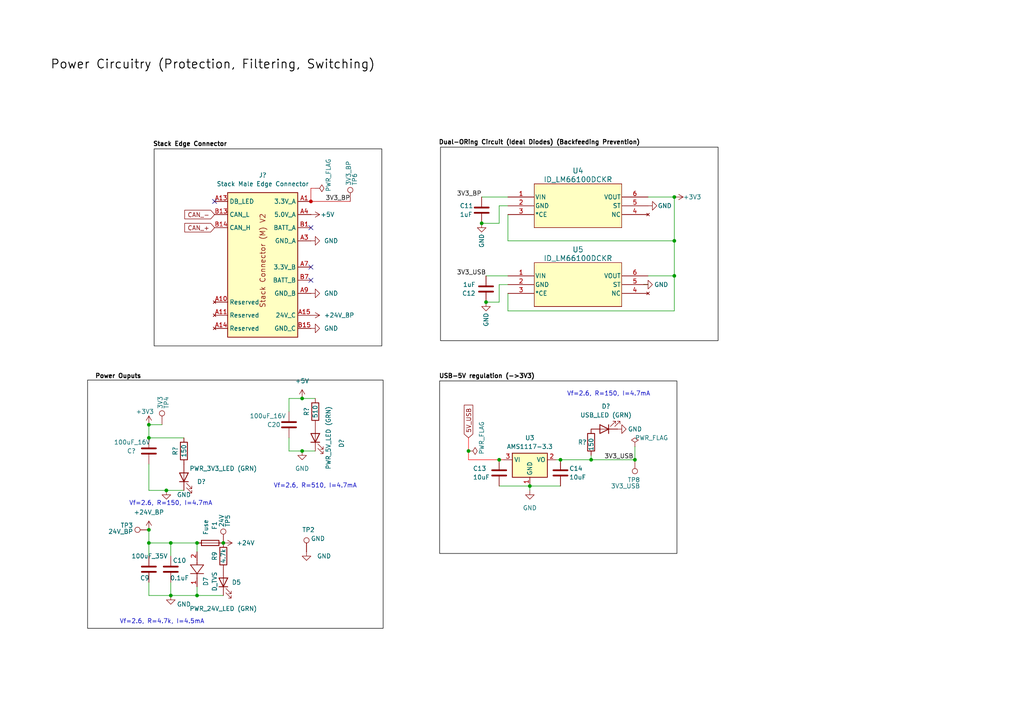
<source format=kicad_sch>
(kicad_sch (version 20231120) (generator "eeschema") (generator_version "8.0")
  (paper "A4")
  (title_block (title "ULC Board Power Circuitry") (rev "A") (company "Queen's Rocket Engineering Team") (comment 1 "Jeevan Sanchez"))
  (lib_symbols
    (symbol "Connector:TestPoint" (pin_numbers hide) (pin_names (offset 0.762) hide)
      (property "Reference" "TP" (at 0 6.858 0))
      (property "Value" "TestPoint" (at 0 5.08 0))
      (symbol "TestPoint_0_1"
        (circle (center 0 3.302) (radius 0.762))
      )
      (symbol "TestPoint_1_1"
        (pin passive line (at 0 0 90) (length 2.54) (name "1") (number "1"))
      )
    )
    (symbol "Device:C" (pin_numbers hide) (pin_names (offset 0.254))
      (property "Reference" "C" (at 0.635 2.54 0))
      (property "Value" "C" (at 0.635 -2.54 0))
      (symbol "C_0_1"
        (polyline (pts (xy -2.032 -0.762) (xy 2.032 -0.762)) (stroke (width 0.508)))
        (polyline (pts (xy -2.032 0.762) (xy 2.032 0.762)) (stroke (width 0.508)))
      )
      (symbol "C_1_1"
        (pin passive line (at 0 3.81 270) (length 2.794) (name "~") (number "1"))
        (pin passive line (at 0 -3.81 90) (length 2.794) (name "~") (number "2"))
      )
    )
    (symbol "Device:Fuse" (pin_numbers hide) (pin_names (offset 0))
      (property "Reference" "F" (at 2.032 0 90))
      (property "Value" "Fuse" (at -1.905 0 90))
      (symbol "Fuse_0_1"
        (rectangle (start -0.762 -2.54) (end 0.762 2.54) (stroke (width 0.254)))
        (polyline (pts (xy 0 2.54) (xy 0 -2.54)))
      )
      (symbol "Fuse_1_1"
        (pin passive line (at 0 3.81 270) (length 1.27) (name "~") (number "1"))
        (pin passive line (at 0 -3.81 90) (length 1.27) (name "~") (number "2"))
      )
    )
    (symbol "Device:LED" (pin_numbers hide) (pin_names (offset 1.016) hide)
      (property "Reference" "D" (at 0 2.54 0))
      (property "Value" "LED" (at 0 -2.54 0))
      (symbol "LED_0_1"
        (polyline (pts (xy -1.27 -1.27) (xy -1.27 1.27)) (stroke (width 0.254)))
        (polyline (pts (xy -1.27 0) (xy 1.27 0)))
        (polyline (pts (xy 1.27 -1.27) (xy 1.27 1.27) (xy -1.27 0) (xy 1.27 -1.27)) (stroke (width 0.254)))
        (polyline (pts (xy -3.048 -0.762) (xy -4.572 -2.286) (xy -3.81 -2.286) (xy -4.572 -2.286) (xy -4.572 -1.524)))
        (polyline (pts (xy -1.778 -0.762) (xy -3.302 -2.286) (xy -2.54 -2.286) (xy -3.302 -2.286) (xy -3.302 -1.524)))
      )
      (symbol "LED_1_1"
        (pin passive line (at -3.81 0 0) (length 2.54) (name "K") (number "1"))
        (pin passive line (at 3.81 0 180) (length 2.54) (name "A") (number "2"))
      )
    )
    (symbol "Device:R" (pin_numbers hide) (pin_names (offset 0))
      (property "Reference" "R" (at 2.032 0 90))
      (property "Value" "R" (at 0 0 90))
      (symbol "R_0_1"
        (rectangle (start -1.016 -2.54) (end 1.016 2.54) (stroke (width 0.254)))
      )
      (symbol "R_1_1"
        (pin passive line (at 0 3.81 270) (length 1.27) (name "~") (number "1"))
        (pin passive line (at 0 -3.81 90) (length 1.27) (name "~") (number "2"))
      )
    )
    (symbol "QRET_Buck_PSU:LM66100DCKR" (pin_names (offset 0.254))
      (property "Reference" "U" (at 0 12.7 0))
      (property "Value" "LM66100DCKR" (at 0 10.16 0))
      (symbol "LM66100DCKR_0_1"
        (polyline (pts (xy -12.7 -6.35) (xy 12.7 -6.35)) (stroke (width 0.127)))
        (polyline (pts (xy -12.7 6.35) (xy -12.7 -6.35)) (stroke (width 0.127)))
        (polyline (pts (xy 12.7 -6.35) (xy 12.7 6.35)) (stroke (width 0.127)))
        (polyline (pts (xy 12.7 6.35) (xy -12.7 6.35)) (stroke (width 0.127)))
        (pin input line (at -20.32 2.54 0) (length 7.62) (name "VIN") (number "1"))
        (pin power_in line (at -20.32 0 0) (length 7.62) (name "GND") (number "2"))
        (pin input line (at -20.32 -2.54 0) (length 7.62) (name "*CE") (number "3"))
        (pin no_connect line (at 20.32 -2.54 180) (length 7.62) (name "NC") (number "4"))
        (pin output line (at 20.32 0 180) (length 7.62) (name "ST") (number "5"))
        (pin output line (at 20.32 2.54 180) (length 7.62) (name "VOUT") (number "6"))
      )
      (symbol "LM66100DCKR_1_1"
        (rectangle (start -12.7 6.35) (end 12.7 -6.35) (fill (type background)))
      )
    )
    (symbol "Regulator_Linear:AMS1117-3.3"
      (property "Reference" "U" (at -3.81 3.175 0))
      (property "Value" "AMS1117-3.3" (at 0 3.175 0))
      (symbol "AMS1117-3.3_0_1"
        (rectangle (start -5.08 -5.08) (end 5.08 1.905) (stroke (width 0.254)) (fill (type background)))
      )
      (symbol "AMS1117-3.3_1_1"
        (pin power_in line (at 0 -7.62 90) (length 2.54) (name "GND") (number "1"))
        (pin power_out line (at 7.62 0 180) (length 2.54) (name "VO") (number "2"))
        (pin power_in line (at -7.62 0 0) (length 2.54) (name "VI") (number "3"))
      )
    )
    (symbol "SMA6L30A:SMA6L30A" (pin_names (offset 0.254))
      (property "Reference" "CR" (at 5.08 4.445 0))
      (property "Value" "SMA6L30A" (at 5.08 -3.81 0))
      (symbol "SMA6L30A_1_1"
        (polyline (pts (xy 2.54 0) (xy 3.4798 0)) (stroke (width 0.2032)))
        (polyline (pts (xy 3.175 0) (xy 3.81 0)) (stroke (width 0.2032)))
        (polyline (pts (xy 3.81 -1.905) (xy 6.35 0)) (stroke (width 0.2032)))
        (polyline (pts (xy 3.81 1.905) (xy 3.81 -1.905)) (stroke (width 0.2032)))
        (polyline (pts (xy 6.35 -1.905) (xy 6.35 1.905)) (stroke (width 0.2032)))
        (polyline (pts (xy 6.35 0) (xy 3.81 1.905)) (stroke (width 0.2032)))
        (polyline (pts (xy 6.35 0) (xy 7.62 0)) (stroke (width 0.2032)))
        (pin unspecified line (at 10.16 0 180) (length 2.54) (name "") (number "1"))
        (pin unspecified line (at 0 0 0) (length 2.54) (name "") (number "2"))
      )
      (symbol "SMA6L30A_1_2"
        (polyline (pts (xy -1.905 3.81) (xy 1.905 3.81)) (stroke (width 0.2032)))
        (polyline (pts (xy 0 2.54) (xy 0 3.4798)) (stroke (width 0.2032)))
        (polyline (pts (xy 0 3.175) (xy 0 3.81)) (stroke (width 0.2032)))
        (polyline (pts (xy 0 6.35) (xy -1.905 3.81)) (stroke (width 0.2032)))
        (polyline (pts (xy 0 6.35) (xy 0 7.62)) (stroke (width 0.2032)))
        (polyline (pts (xy 1.905 3.81) (xy 0 6.35)) (stroke (width 0.2032)))
        (polyline (pts (xy 1.905 6.35) (xy -1.905 6.35)) (stroke (width 0.2032)))
        (pin unspecified line (at 0 10.16 270) (length 2.54) (name "") (number "1"))
        (pin unspecified line (at 0 0 90) (length 2.54) (name "") (number "2"))
      )
    )
    (symbol "Stack Male Edge Connector_1"
      (property "Reference" "J" (at -0.254 24.892 0))
      (property "Value" "Stack Male Edge Connector" (at 1.27 22.86 0))
      (symbol "Stack Male Edge Connector_1_0_1"
        (rectangle (start -10.16 21.59) (end 10.16 -20.32) (stroke (width 0.254)) (fill (type background)))
      )
      (symbol "Stack Male Edge Connector_1_1_1"
        (text "Stack Connector (M) V2" (at 0 1.905 900) (effects (font (size 1.5 1.5))))
        (pin power_out line (at 13.97 19.05 180) (length 3.81) (name "3.3V_A") (number "A1"))
        (pin no_connect line (at -13.97 -10.16 0) (length 3.81) (name "Reserved") (number "A10"))
        (pin no_connect line (at -13.97 -13.97 0) (length 3.81) (name "Reserved") (number "A11"))
        (pin passive line (at 13.97 -7.62 180) (length 3.81) hide (name "GND_B") (number "A12"))
        (pin input line (at -13.97 19.05 0) (length 3.81) (name "DB_LED") (number "A13"))
        (pin no_connect line (at -13.97 -17.78 0) (length 3.81) (name "Reserved") (number "A14"))
        (pin power_out line (at 13.97 -13.97 180) (length 3.81) (name "24V_C") (number "A15"))
        (pin passive line (at 13.97 -13.97 180) (length 3.81) hide (name "24V_C") (number "A16"))
        (pin passive line (at 13.97 -13.97 180) (length 3.81) hide (name "24V_C") (number "A17"))
        (pin passive line (at 13.97 -13.97 180) (length 3.81) hide (name "24V_C") (number "A18"))
        (pin passive line (at 13.97 19.05 180) (length 3.81) hide (name "3.3V_A") (number "A2"))
        (pin power_in line (at 13.97 7.62 180) (length 3.81) (name "GND_A") (number "A3"))
        (pin power_out line (at 13.97 15.24 180) (length 3.81) (name "5.0V_A") (number "A4"))
        (pin power_in line (at 13.97 15.24 180) (length 3.81) hide (name "5.0V_A") (number "A5"))
        (pin passive line (at 13.97 7.62 180) (length 3.81) hide (name "GND_A") (number "A6"))
        (pin power_out line (at 13.97 0 180) (length 3.81) (name "3.3V_B") (number "A7"))
        (pin passive line (at 13.97 0 180) (length 3.81) hide (name "3.3V_B") (number "A8"))
        (pin power_in line (at 13.97 -7.62 180) (length 3.81) (name "GND_B") (number "A9"))
        (pin power_out line (at 13.97 11.43 180) (length 3.81) (name "BATT_A") (number "B1"))
        (pin passive line (at 13.97 -7.62 180) (length 3.81) hide (name "GND_B") (number "B10"))
        (pin passive line (at 13.97 -7.62 180) (length 3.81) hide (name "GND_B") (number "B11"))
        (pin passive line (at 13.97 -7.62 180) (length 3.81) hide (name "GND_B") (number "B12"))
        (pin bidirectional line (at -13.97 15.24 0) (length 3.81) (name "CAN_L") (number "B13"))
        (pin bidirectional line (at -13.97 11.43 0) (length 3.81) (name "CAN_H") (number "B14"))
        (pin power_in line (at 13.97 -17.78 180) (length 3.81) (name "GND_C") (number "B15"))
        (pin passive line (at 13.97 -17.78 180) (length 3.81) hide (name "GND_C") (number "B16"))
        (pin passive line (at 13.97 -17.78 180) (length 3.81) hide (name "GND_C") (number "B17"))
        (pin passive line (at 13.97 -17.78 180) (length 3.81) hide (name "GND_C") (number "B18"))
        (pin passive line (at 13.97 11.43 180) (length 3.81) hide (name "BATT_A") (number "B2"))
        (pin passive line (at 13.97 11.43 180) (length 3.81) hide (name "BATT_A") (number "B3"))
        (pin passive line (at 13.97 7.62 180) (length 3.81) hide (name "GND_A") (number "B4"))
        (pin passive line (at 13.97 7.62 180) (length 3.81) hide (name "GND_A") (number "B5"))
        (pin passive line (at 13.97 7.62 180) (length 3.81) hide (name "GND_A") (number "B6"))
        (pin power_out line (at 13.97 -3.81 180) (length 3.81) (name "BATT_B") (number "B7"))
        (pin passive line (at 13.97 -3.81 180) (length 3.81) hide (name "BATT_B") (number "B8"))
        (pin passive line (at 13.97 -3.81 180) (length 3.81) hide (name "BATT_B") (number "B9"))
      )
    )
    (symbol "power:+24V" (power) (pin_numbers hide) (pin_names (offset 0) hide)
      (property "Value" "+24V" (at 0 3.556 0))
      (symbol "+24V_0_1"
        (polyline (pts (xy -0.762 1.27) (xy 0 2.54)))
        (polyline (pts (xy 0 0) (xy 0 2.54)))
        (polyline (pts (xy 0 2.54) (xy 0.762 1.27)))
      )
      (symbol "+24V_1_1"
        (pin power_in line (at 0 0 90) (length 0) (name "~") (number "1"))
      )
    )
    (symbol "power:+3V3" (power) (pin_numbers hide) (pin_names (offset 0) hide)
      (property "Value" "+3V3" (at 0 3.556 0))
      (symbol "+3V3_0_1"
        (polyline (pts (xy -0.762 1.27) (xy 0 2.54)))
        (polyline (pts (xy 0 0) (xy 0 2.54)))
        (polyline (pts (xy 0 2.54) (xy 0.762 1.27)))
      )
      (symbol "+3V3_1_1"
        (pin power_in line (at 0 0 90) (length 0) (name "~") (number "1"))
      )
    )
    (symbol "power:+5V" (power) (pin_numbers hide) (pin_names (offset 0) hide)
      (property "Value" "+5V" (at 0 3.556 0))
      (symbol "+5V_0_1"
        (polyline (pts (xy -0.762 1.27) (xy 0 2.54)))
        (polyline (pts (xy 0 0) (xy 0 2.54)))
        (polyline (pts (xy 0 2.54) (xy 0.762 1.27)))
      )
      (symbol "+5V_1_1"
        (pin power_in line (at 0 0 90) (length 0) (name "~") (number "1"))
      )
    )
    (symbol "power:GND" (power) (pin_numbers hide) (pin_names (offset 0) hide)
      (property "Value" "GND" (at 0 -3.81 0))
      (symbol "GND_0_1"
        (polyline (pts (xy 0 0) (xy 0 -1.27) (xy 1.27 -1.27) (xy 0 -2.54) (xy -1.27 -1.27) (xy 0 -1.27)))
      )
      (symbol "GND_1_1"
        (pin power_in line (at 0 0 270) (length 0) (name "~") (number "1"))
      )
    )
    (symbol "power:PWR_FLAG" (power) (pin_numbers hide) (pin_names (offset 0) hide)
      (property "Value" "PWR_FLAG" (at 0 3.81 0))
      (symbol "PWR_FLAG_0_0"
        (pin power_out line (at 0 0 90) (length 0) (name "~") (number "1"))
      )
      (symbol "PWR_FLAG_0_1"
        (polyline (pts (xy 0 0) (xy 0 1.27) (xy -1.016 1.905) (xy 0 2.54) (xy 1.016 1.905) (xy 0 1.27)))
      )
    )
  )
  (junction (at 90.17 58.42) (color 194 0 0 1))
  (junction (at 43.18 127))
  (junction (at 135.89 130.81))
  (junction (at 153.67 140.97))
  (junction (at 57.15 172.72))
  (junction (at 144.78 133.35))
  (junction (at 184.15 133.35))
  (junction (at 195.58 69.85))
  (junction (at 87.63 115.57))
  (junction (at 171.45 133.35))
  (junction (at 195.58 80.01))
  (junction (at 139.7 64.77))
  (junction (at 140.97 87.63))
  (junction (at 195.58 57.15))
  (junction (at 64.77 157.48))
  (junction (at 48.26 142.24))
  (junction (at 43.18 123.19))
  (junction (at 162.56 133.35))
  (junction (at 43.18 157.48))
  (junction (at 49.53 172.72))
  (junction (at 87.63 130.81))
  (junction (at 57.15 157.48))
  (junction (at 49.53 157.48))
  (junction (at 43.18 153.67))
  (no_connect (at 90.17 77.47))
  (no_connect (at 90.17 66.04))
  (no_connect (at 90.17 81.28))
  (no_connect (at 62.23 58.42))
  (wire (pts (xy 90.17 58.42) (xy 101.6 58.42)) (stroke (width 0) (color 194 0 0 1)))
  (wire (pts (xy 49.53 172.72) (xy 57.15 172.72)))
  (wire (pts (xy 135.89 130.81) (xy 135.89 133.35)) (stroke (width 0) (color 255 0 0 1)))
  (wire (pts (xy 87.63 130.81) (xy 91.44 130.81)))
  (wire (pts (xy 144.78 64.77) (xy 139.7 64.77)))
  (wire (pts (xy 43.18 127) (xy 53.34 127)))
  (wire (pts (xy 187.96 57.15) (xy 195.58 57.15)))
  (wire (pts (xy 43.18 127) (xy 43.18 123.19)))
  (wire (pts (xy 83.82 130.81) (xy 87.63 130.81)))
  (wire (pts (xy 43.18 172.72) (xy 49.53 172.72)))
  (wire (pts (xy 195.58 57.15) (xy 195.58 69.85)))
  (wire (pts (xy 43.18 142.24) (xy 48.26 142.24)))
  (wire (pts (xy 144.78 133.35) (xy 146.05 133.35)) (stroke (width 0) (color 255 0 0 1)))
  (wire (pts (xy 162.56 133.35) (xy 171.45 133.35)))
  (wire (pts (xy 90.17 58.42) (xy 90.17 54.61)) (stroke (width 0) (color 194 0 0 1)))
  (wire (pts (xy 144.78 87.63) (xy 140.97 87.63)))
  (wire (pts (xy 49.53 161.29) (xy 49.53 157.48)))
  (wire (pts (xy 43.18 172.72) (xy 43.18 168.91)))
  (wire (pts (xy 43.18 134.62) (xy 43.18 142.24)))
  (wire (pts (xy 48.26 142.24) (xy 53.34 142.24)))
  (wire (pts (xy 43.18 157.48) (xy 49.53 157.48)))
  (wire (pts (xy 153.67 140.97) (xy 153.67 142.24)))
  (wire (pts (xy 195.58 80.01) (xy 187.96 80.01)))
  (wire (pts (xy 147.32 69.85) (xy 147.32 62.23)))
  (wire (pts (xy 87.63 115.57) (xy 91.44 115.57)))
  (wire (pts (xy 195.58 80.01) (xy 195.58 90.17)))
  (wire (pts (xy 171.45 133.35) (xy 184.15 133.35)))
  (wire (pts (xy 144.78 140.97) (xy 153.67 140.97)))
  (wire (pts (xy 140.97 80.01) (xy 147.32 80.01)))
  (wire (pts (xy 195.58 69.85) (xy 195.58 80.01)))
  (wire (pts (xy 83.82 115.57) (xy 87.63 115.57)))
  (wire (pts (xy 43.18 161.29) (xy 43.18 157.48)))
  (wire (pts (xy 46.99 123.19) (xy 43.18 123.19)))
  (wire (pts (xy 90.17 54.61) (xy 91.44 54.61)) (stroke (width 0) (color 194 0 0 1)))
  (wire (pts (xy 43.18 157.48) (xy 43.18 153.67)))
  (wire (pts (xy 83.82 127) (xy 83.82 130.81)))
  (wire (pts (xy 135.89 133.35) (xy 144.78 133.35)) (stroke (width 0) (color 255 0 0 1)))
  (wire (pts (xy 147.32 90.17) (xy 147.32 85.09)))
  (wire (pts (xy 147.32 59.69) (xy 144.78 59.69)))
  (wire (pts (xy 139.7 57.15) (xy 147.32 57.15)))
  (wire (pts (xy 187.96 82.55) (xy 186.69 82.55)))
  (wire (pts (xy 147.32 69.85) (xy 195.58 69.85)))
  (wire (pts (xy 135.89 127) (xy 135.89 130.81)) (stroke (width 0) (color 255 0 0 1)))
  (wire (pts (xy 184.15 133.35) (xy 184.15 129.54)))
  (wire (pts (xy 49.53 157.48) (xy 57.15 157.48)))
  (wire (pts (xy 162.56 133.35) (xy 161.29 133.35)))
  (wire (pts (xy 144.78 59.69) (xy 144.78 64.77)))
  (wire (pts (xy 144.78 82.55) (xy 144.78 87.63)))
  (wire (pts (xy 171.45 132.08) (xy 171.45 133.35)))
  (wire (pts (xy 147.32 90.17) (xy 195.58 90.17)))
  (wire (pts (xy 83.82 119.38) (xy 83.82 115.57)))
  (wire (pts (xy 57.15 172.72) (xy 64.77 172.72)))
  (wire (pts (xy 153.67 140.97) (xy 162.56 140.97)))
  (wire (pts (xy 147.32 82.55) (xy 144.78 82.55)))
  (wire (pts (xy 57.15 157.48) (xy 57.15 160.02)))
  (wire (pts (xy 49.53 168.91) (xy 49.53 172.72)))
  (wire (pts (xy 57.15 170.18) (xy 57.15 172.72)))
  (rectangle (start 44.704 43.18) (end 110.744 100.33) (stroke (width 0) (color 0 0 0 1)))
  (rectangle (start 25.4 110.236) (end 111.125 182.245) (stroke (width 0) (color 0 0 0 1)))
  (rectangle (start 127.762 42.672) (end 208.28 98.806) (stroke (width 0) (color 0 0 0 1)))
  (rectangle (start 127.508 110.49) (end 196.342 160.528) (stroke (width 0) (color 0 0 0 1)))
  (text "Vf=2.6, R=510, I=4.7mA" (at 91.44 140.97 0) (effects (font (size 1.27 1.27))))
  (text "Vf=2.6, R=150, I=4.7mA" (at 176.53 114.3 0) (effects (font (size 1.27 1.27))))
  (text "Vf=2.6, R=150, I=4.7mA" (at 49.53 146.05 0) (effects (font (size 1.27 1.27))))
  (text "USB-5V regulation (->3V3)\n" (at 141.224 109.22 0) (effects (font (size 1.27 1.27) (thickness 0.254) (bold yes))))
  (text "Vf=2.6, R=4.7k, I=4.5mA" (at 46.99 180.34 0) (effects (font (size 1.27 1.27))))
  (text "Dual-ORing Circuit (Ideal Diodes) (Backfeeding Prevention)" (at 156.464 41.402 0) (effects (font (size 1.27 1.27) (thickness 0.254) (bold yes))))
  (text "Stack Edge Connector" (at 55.118 41.91 0) (effects (font (size 1.27 1.27) (thickness 0.254) (bold yes))))
  (text "Power Ouputs" (at 34.29 109.22 0) (effects (font (size 1.27 1.27) (thickness 0.254) (bold yes))))
  (text "Power Circuitry (Protection, Filtering, Switching)\n" (at 61.722 18.796 0) (effects (font (size 2.54 2.54) (thickness 0.254) (bold yes))))
  (label "3V3_USB" (at 175.26 133.35 0) (effects (font (thickness 0.1588))))
  (label "3V3_BP" (at 139.7 57.15 180))
  (label "3V3_BP" (at 101.6 58.42 180))
  (label "3V3_USB" (at 140.97 80.01 180) (effects (font (thickness 0.1588))))
  (global_label "CAN_-" (shape input) (at 62.23 62.23 180) (property "Intersheetrefs" "${INTERSHEET_REFS}" (effects (hide yes))))
  (global_label "5V_USB" (shape input) (at 135.89 127 90) (property "Intersheetrefs" "${INTERSHEET_REFS}" (effects (hide yes))))
  (global_label "CAN_+" (shape input) (at 62.23 66.04 180) (property "Intersheetrefs" "${INTERSHEET_REFS}" (effects (hide yes))))
  (symbol (lib_id "power:GND") (at 186.69 82.55 90) (unit 1)
    (property "Reference" "#PWR38" (effects (hide yes)))
    (property "Value" "GND" (at 189.738 82.55 90) (effects (justify right)))
    (property "Description" "Power symbol creates a global label with name \"GND\" , ground" (effects (hide yes)))
  )
  (symbol (lib_id "power:GND") (at 187.96 59.69 90) (unit 1)
    (property "Reference" "#PWR39" (effects (hide yes)))
    (property "Value" "GND" (at 190.754 59.69 90) (effects (justify right)))
    (property "Description" "Power symbol creates a global label with name \"GND\" , ground" (effects (hide yes)))
  )
  (symbol (lib_id "QRET_Buck_PSU:LM66100DCKR") (at 167.64 82.55 0) (unit 1)
    (property "Reference" "U5" (at 167.64 72.39 0) (effects (font (size 1.524 1.524))))
    (property "Value" "ID_LM66100DCKR" (at 167.64 74.93 0) (effects (font (size 1.524 1.524))))
    (property "Footprint" "LM66100:SC-70-6" (effects (hide yes)))
    (property "Datasheet" "https://www.ti.com/general/docs/suppproductinfo.tsp?distId=10&gotoUrl=https%3A%2F%2Fwww.ti.com%2Flit%2Fgpn%2flm66100" (effects (hide yes)))
    (property "LCSC" "C2869734" (effects (hide yes)))
  )
  (symbol (lib_id "power:GND") (at 140.97 87.63 0) (unit 1)
    (property "Reference" "#PWR35" (effects (hide yes)))
    (property "Value" "GND" (at 140.97 90.678 90) (effects (justify right)))
    (property "Description" "Power symbol creates a global label with name \"GND\" , ground" (effects (hide yes)))
  )
  (symbol (lib_id "Device:C") (at 43.18 165.1 0) (unit 1)
    (property "Reference" "C9" (at 40.64 167.64 0) (effects (justify left)))
    (property "Value" "100uF_35V" (at 38.1 161.29 0) (effects (justify left)))
    (property "Footprint" "Capacitor_SMD:CP_Elec_6.3x5.9" (effects (hide yes)))
    (property "Digikey" "732-8511-1-ND" (effects (hide yes)))
  )
  (symbol (lib_id "Connector:TestPoint") (at 184.15 133.35 180) (unit 1)
    (property "Reference" "TP8" (at 185.674 139.192 0) (effects (justify left)))
    (property "Value" "3V3_USB" (at 185.674 140.97 0) (effects (justify left)))
    (property "Footprint" "TestPoint:TestPoint_Pad_D1.0mm" (effects (hide yes)))
    (property "Description" "test point" (effects (hide yes)))
  )
  (symbol (lib_id "power:PWR_FLAG") (at 91.44 54.61 270) (unit 1)
    (property "Reference" "#FLG1" (effects (hide yes)))
    (property "Value" "PWR_FLAG" (at 95.25 45.974 0) (effects (justify left)))
    (property "Description" "Special symbol for telling ERC where power comes from" (effects (hide yes)))
  )
  (symbol (lib_id "Device:LED") (at 175.26 124.46 180) (unit 1)
    (property "Reference" "D?" (at 175.768 117.856 0))
    (property "Value" "USB_LED (GRN)" (at 175.768 120.396 0))
    (property "Footprint" "LED_SMD:LED_0805_2012Metric" (effects (hide yes)))
    (property "Description" "Light emitting diode" (effects (hide yes)))
    (property "LCSC" "C2297" (effects (hide yes)))
  )
  (symbol (lib_id "Connector:TestPoint") (at 46.99 123.19 0) (unit 1)
    (property "Reference" "TP4" (at 48.26 118.618 90) (effects (justify left)))
    (property "Value" "3V3" (at 46.482 118.618 90) (effects (justify left)))
    (property "Footprint" "TestPoint:TestPoint_Pad_D1.0mm" (effects (hide yes)))
    (property "Description" "test point" (effects (hide yes)))
  )
  (symbol (lib_id "power:GND") (at 90.17 85.09 90) (unit 1)
    (property "Reference" "#PWR?" (effects (hide yes)))
    (property "Value" "GND" (at 93.98 85.0899 90) (effects (justify right)))
    (property "Description" "Power symbol creates a global label with name \"GND\" , ground" (effects (hide yes)))
  )
  (symbol (lib_id "power:GND") (at 139.7 64.77 0) (unit 1)
    (property "Reference" "#PWR34" (effects (hide yes)))
    (property "Value" "GND" (at 139.7 67.818 90) (effects (justify right)))
    (property "Description" "Power symbol creates a global label with name \"GND\" , ground" (effects (hide yes)))
  )
  (symbol (lib_id "power:+3V3") (at 43.18 123.19 0) (unit 1)
    (property "Reference" "#PWR22" (effects (hide yes)))
    (property "Value" "+3V3" (at 39.37 119.38 0) (effects (justify left)))
    (property "Description" "Power symbol creates a global label with name \"+3V3\"" (effects (hide yes)))
  )
  (symbol (lib_id "Device:LED") (at 91.44 127 90) (unit 1)
    (property "Reference" "D?" (at 99.06 128.5875 0))
    (property "Value" "PWR_5V_LED (GRN)" (at 95.25 127 0))
    (property "Footprint" "LED_SMD:LED_0805_2012Metric" (effects (hide yes)))
    (property "Description" "Light emitting diode" (effects (hide yes)))
    (property "LCSC" "C2297" (effects (hide yes)))
  )
  (symbol (lib_id "Device:C") (at 83.82 123.19 0) (unit 1)
    (property "Reference" "C20" (at 77.47 123.19 0) (effects (justify left)))
    (property "Value" "100uF_16V" (at 72.39 120.65 0) (effects (justify left)))
    (property "Footprint" "Capacitor_SMD:CP_Elec_6.3x5.9" (effects (hide yes)))
    (property "Digikey" "732-8419-1-ND" (effects (hide yes)))
  )
  (symbol (lib_id "power:GND") (at 90.17 95.25 90) (unit 1)
    (property "Reference" "#PWR?" (effects (hide yes)))
    (property "Value" "GND" (at 93.98 95.2499 90) (effects (justify right)))
    (property "Description" "Power symbol creates a global label with name \"GND\" , ground" (effects (hide yes)))
  )
  (symbol (lib_id "power:GND") (at 88.9 160.02 0) (unit 1)
    (property "Reference" "#PWR87" (effects (hide yes)))
    (property "Value" "GND" (at 93.98 161.29 0))
    (property "Description" "Power symbol creates a global label with name \"GND\" , ground" (effects (hide yes)))
  )
  (symbol (lib_id "Device:R") (at 171.45 128.27 180) (unit 1)
    (property "Reference" "R?" (at 170.18 128.27 0) (effects (justify left)))
    (property "Value" "150" (at 171.45 127 90) (effects (justify left)))
    (property "Footprint" "Resistor_SMD:R_0603_1608Metric" (effects (hide yes)))
    (property "Description" "Resistor" (effects (hide yes)))
    (property "LCSC" "C22808" (effects (hide yes)))
  )
  (symbol (lib_id "Device:C") (at 43.18 130.81 0) (unit 1)
    (property "Reference" "C?" (at 36.83 130.81 0) (effects (justify left)))
    (property "Value" "100uF_16V" (at 33.02 128.27 0) (effects (justify left)))
    (property "Footprint" "Capacitor_SMD:CP_Elec_6.3x5.9" (effects (hide yes)))
    (property "Digikey" "732-8419-1-ND" (effects (hide yes)))
  )
  (symbol (lib_id "Device:R") (at 64.77 161.29 180) (unit 1)
    (property "Reference" "R9" (at 62.23 161.29 90))
    (property "Value" "4.7k" (at 64.77 161.29 90))
    (property "Footprint" "Resistor_SMD:R_1206_3216Metric_Pad1.30x1.75mm_HandSolder" (effects (hide yes)))
    (property "Description" "Current Limiting Resistor" (effects (hide yes)))
    (property "Digikey" "311-4.70KFRCT-ND" (effects (hide yes)))
  )
  (symbol (lib_name "Stack Male Edge Connector_1") (lib_id "EdgeConnector:Stack Male Edge Connector") (at 76.2 77.47 0) (unit 1)
    (property "Reference" "J?" (at 76.2 50.8 0))
    (property "Value" "Stack Male Edge Connector" (at 76.2 53.34 0))
    (property "Footprint" "Connector_PCBEdge:BUS_PCIexpress_x1" (effects (hide yes)))
    (property "Description" "QRET SRAD Male Stack Edge Connector (PCIe x1 Connector). Generation 1" (effects (hide yes)))
  )
  (symbol (lib_id "Connector:TestPoint") (at 64.77 157.48 0) (unit 1)
    (property "Reference" "TP5" (at 66.04 152.908 90) (effects (justify left)))
    (property "Value" "24V" (at 64.262 152.908 90) (effects (justify left)))
    (property "Footprint" "TestPoint:TestPoint_Pad_D1.0mm" (effects (hide yes)))
    (property "Description" "test point" (effects (hide yes)))
  )
  (symbol (lib_id "Connector:TestPoint") (at 101.6 58.42 0) (unit 1)
    (property "Reference" "TP6" (at 102.87 53.848 90) (effects (justify left)))
    (property "Value" "3V3_BP" (at 101.092 53.848 90) (effects (justify left)))
    (property "Footprint" "TestPoint:TestPoint_Pad_D1.0mm" (effects (hide yes)))
    (property "Description" "test point" (effects (hide yes)))
  )
  (symbol (lib_id "Regulator_Linear:AMS1117-3.3") (at 153.67 133.35 0) (unit 1)
    (property "Reference" "U3" (at 153.67 127 0))
    (property "Value" "AMS1117-3.3" (at 153.67 129.54 0))
    (property "Footprint" "Package_TO_SOT_SMD:SOT-223-3_TabPin2" (effects (hide yes)))
    (property "Datasheet" "http://www.advanced-monolithic.com/pdf/ds1117.pdf" (effects (hide yes)))
    (property "LCSC" "C6186" (effects (hide yes)))
  )
  (symbol (lib_id "power:+24V") (at 90.17 91.44 270) (unit 1)
    (property "Reference" "#PWR?" (effects (hide yes)))
    (property "Value" "+24V_BP" (at 93.98 91.4399 90) (effects (justify left)))
    (property "Description" "Power symbol creates a global label with name \"+24V\"" (effects (hide yes)))
  )
  (symbol (lib_id "Device:LED") (at 64.77 168.91 90) (unit 1)
    (property "Reference" "D5" (at 68.58 168.91 90))
    (property "Value" "PWR_24V_LED (GRN)" (at 64.77 176.53 90))
    (property "Footprint" "LED_SMD:LED_0805_2012Metric" (effects (hide yes)))
    (property "Description" "Light emitting diode" (effects (hide yes)))
    (property "LCSC" "C2297" (effects (hide yes)))
  )
  (symbol (lib_id "Device:C") (at 49.53 165.1 0) (unit 1)
    (property "Reference" "C10" (at 52.07 162.56 0))
    (property "Value" "0.1uF" (at 52.07 167.64 0))
    (property "Footprint" "Capacitor_SMD:C_0603_1608Metric" (effects (hide yes)))
    (property "Description" "Unpolarized capacitor" (effects (hide yes)))
    (property "LCSC" "C14663" (effects (hide yes)))
  )
  (symbol (lib_id "power:PWR_FLAG") (at 135.89 130.81 270) (unit 1)
    (property "Reference" "#FLG2" (effects (hide yes)))
    (property "Value" "PWR_FLAG" (at 139.7 122.174 0) (effects (justify left)))
    (property "Description" "Special symbol for telling ERC where power comes from" (effects (hide yes)))
  )
  (symbol (lib_id "Device:R") (at 91.44 119.38 180) (unit 1)
    (property "Reference" "R?" (at 88.9 119.38 90))
    (property "Value" "510" (at 91.44 119.38 90))
    (property "Footprint" "Resistor_SMD:R_0603_1608Metric" (effects (hide yes)))
    (property "Description" "Resistor" (effects (hide yes)))
    (property "LCSC" "C23193" (effects (hide yes)))
  )
  (symbol (lib_id "power:PWR_FLAG") (at 184.15 129.54 0) (unit 1)
    (property "Reference" "#FLG3" (effects (hide yes)))
    (property "Value" "PWR_FLAG" (at 184.15 127 0) (effects (justify left)))
    (property "Description" "Special symbol for telling ERC where power comes from" (effects (hide yes)))
  )
  (symbol (lib_id "QRET_Buck_PSU:LM66100DCKR") (at 167.64 59.69 0) (unit 1)
    (property "Reference" "U4" (at 167.64 49.53 0) (effects (font (size 1.524 1.524))))
    (property "Value" "ID_LM66100DCKR" (at 167.64 52.07 0) (effects (font (size 1.524 1.524))))
    (property "Footprint" "LM66100:SC-70-6" (effects (hide yes)))
    (property "Datasheet" "https://www.ti.com/general/docs/suppproductinfo.tsp?distId=10&gotoUrl=https%3A%2F%2Fwww.ti.com%2Flit%2Fgpn%2flm66100" (effects (hide yes)))
    (property "LCSC" "C2869734" (effects (hide yes)))
  )
  (symbol (lib_id "power:+5V") (at 90.17 62.23 270) (unit 1)
    (property "Reference" "#PWR?" (effects (hide yes)))
    (property "Value" "+5V" (at 94.996 62.23 90))
    (property "Description" "Power symbol creates a global label with name \"+5V\"" (effects (hide yes)))
  )
  (symbol (lib_id "power:+5V") (at 87.63 115.57 0) (unit 1)
    (property "Reference" "#PWR?" (effects (hide yes)))
    (property "Value" "+5V" (at 87.63 110.49 0))
    (property "Description" "Power symbol creates a global label with name \"+5V\"" (effects (hide yes)))
  )
  (symbol (lib_id "Device:C") (at 140.97 83.82 0) (unit 1)
    (property "Reference" "C12" (at 137.922 85.09 0) (effects (justify right)))
    (property "Value" "1uF" (at 137.922 82.55 0) (effects (justify right)))
    (property "Footprint" "Capacitor_SMD:C_0603_1608Metric" (effects (hide yes)))
    (property "Description" "Unpolarized capacitor" (effects (hide yes)))
    (property "LCSC" "C15849" (effects (hide yes)))
  )
  (symbol (lib_id "SMA6L30A:SMA6L30A") (at 57.15 160.02 270) (unit 1)
    (property "Reference" "D7" (at 59.69 168.656 0))
    (property "Value" "D_TVS" (at 62.23 168.656 0))
    (property "Footprint" "SMA6L30A:SMASeries_LTF-L" (effects (hide yes)))
    (property "Datasheet" "SMA6L30A" (effects (hide yes)))
    (property "Description" "TVS Diode" (effects (hide yes)))
    (property "LCSC" "C1973346" (effects (hide yes)))
  )
  (symbol (lib_id "power:+24V") (at 64.77 157.48 270) (unit 1)
    (property "Reference" "#PWR26" (effects (hide yes)))
    (property "Value" "+24V" (at 68.58 157.4799 90) (effects (justify left)))
    (property "Description" "Power symbol creates a global label with name \"+24V\"" (effects (hide yes)))
  )
  (symbol (lib_id "power:GND") (at 87.63 130.81 0) (unit 1)
    (property "Reference" "#PWR?" (effects (hide yes)))
    (property "Value" "GND" (at 87.63 135.89 0))
    (property "Description" "Power symbol creates a global label with name \"GND\" , ground" (effects (hide yes)))
  )
  (symbol (lib_id "Device:R") (at 53.34 130.81 0) (mirror x) (unit 1)
    (property "Reference" "R?" (at 50.8 130.81 90))
    (property "Value" "150" (at 53.34 130.81 90))
    (property "Footprint" "Resistor_SMD:R_0603_1608Metric" (effects (hide yes)))
    (property "Description" "Resistor" (effects (hide yes)))
    (property "LCSC" "C22808" (effects (hide yes)))
  )
  (symbol (lib_id "Connector:TestPoint") (at 43.18 153.67 90) (unit 1)
    (property "Reference" "TP3" (at 38.608 152.4 90) (effects (justify left)))
    (property "Value" "24V_BP" (at 38.608 154.178 90) (effects (justify left)))
    (property "Footprint" "TestPoint:TestPoint_Pad_D1.0mm" (effects (hide yes)))
    (property "Description" "test point" (effects (hide yes)))
  )
  (symbol (lib_id "Device:LED") (at 53.34 138.43 90) (unit 1)
    (property "Reference" "D?" (at 58.42 139.7 90))
    (property "Value" "PWR_3V3_LED (GRN)" (at 64.77 135.89 90))
    (property "Footprint" "LED_SMD:LED_0805_2012Metric" (effects (hide yes)))
    (property "Description" "Light emitting diode" (effects (hide yes)))
    (property "LCSC" "C2297" (effects (hide yes)))
  )
  (symbol (lib_id "power:+24V") (at 43.18 153.67 0) (unit 1)
    (property "Reference" "#PWR23" (effects (hide yes)))
    (property "Value" "+24V_BP" (at 43.18 148.59 0))
    (property "Description" "Power symbol creates a global label with name \"+24V\"" (effects (hide yes)))
  )
  (symbol (lib_id "power:GND") (at 49.53 172.72 0) (mirror y) (unit 1)
    (property "Reference" "#PWR?" (effects (hide yes)))
    (property "Value" "GND" (at 53.34 175.26 0))
    (property "Description" "Power symbol creates a global label with name \"GND\" , ground" (effects (hide yes)))
  )
  (symbol (lib_id "power:GND") (at 179.07 124.46 90) (unit 1)
    (property "Reference" "#PWR?" (effects (hide yes)))
    (property "Value" "GND" (at 182.118 124.46 90) (effects (justify right)))
    (property "Description" "Power symbol creates a global label with name \"GND\" , ground" (effects (hide yes)))
  )
  (symbol (lib_id "power:GND") (at 48.26 142.24 0) (unit 1)
    (property "Reference" "#PWR?" (effects (hide yes)))
    (property "Value" "GND" (at 53.34 143.51 0))
    (property "Description" "Power symbol creates a global label with name \"GND\" , ground" (effects (hide yes)))
  )
  (symbol (lib_id "power:GND") (at 90.17 69.85 90) (unit 1)
    (property "Reference" "#PWR?" (effects (hide yes)))
    (property "Value" "GND" (at 93.98 69.8499 90) (effects (justify right)))
    (property "Description" "Power symbol creates a global label with name \"GND\" , ground" (effects (hide yes)))
  )
  (symbol (lib_id "power:GND") (at 153.67 142.24 0) (unit 1)
    (property "Reference" "#PWR36" (effects (hide yes)))
    (property "Value" "GND" (at 153.67 147.32 0))
  )
  (symbol (lib_id "Device:C") (at 162.56 137.16 0) (unit 1)
    (property "Reference" "C14" (at 165.1 135.89 0) (effects (justify left)))
    (property "Value" "10uF" (at 165.1 138.43 0) (effects (justify left)))
    (property "Footprint" "Capacitor_SMD:C_0603_1608Metric" (effects (hide yes)))
    (property "LCSC" "C96446" (effects (hide yes)))
  )
  (symbol (lib_id "power:+3V3") (at 195.58 57.15 270) (unit 1)
    (property "Reference" "#PWR40" (effects (hide yes)))
    (property "Value" "+3V3" (at 198.12 57.15 90) (effects (justify left)))
    (property "Description" "Power symbol creates a global label with name \"+3V3\"" (effects (hide yes)))
  )
  (symbol (lib_id "Device:Fuse") (at 60.96 157.48 270) (mirror x) (unit 1)
    (property "Reference" "F1" (at 62.23 153.67 0) (effects (justify left)))
    (property "Value" "Fuse" (at 59.69 155.194 0) (effects (justify left)))
    (property "Footprint" "0679L0250-05:FUSC6125X279N" (effects (hide yes)))
    (property "Description" "Fuse" (effects (hide yes)))
    (property "LCSC" "C3161527" (effects (hide yes)))
  )
  (symbol (lib_id "Device:C") (at 139.7 60.96 180) (unit 1)
    (property "Reference" "C11" (at 133.35 59.69 0) (effects (justify right)))
    (property "Value" "1uF" (at 133.35 62.23 0) (effects (justify right)))
    (property "Footprint" "Capacitor_SMD:C_0603_1608Metric" (effects (hide yes)))
    (property "Description" "Unpolarized capacitor" (effects (hide yes)))
    (property "LCSC" "C15849" (effects (hide yes)))
  )
  (symbol (lib_id "Device:C") (at 144.78 137.16 0) (unit 1)
    (property "Reference" "C13" (at 137.16 135.89 0) (effects (justify left)))
    (property "Value" "10uF" (at 137.16 138.43 0) (effects (justify left)))
    (property "Footprint" "Capacitor_SMD:C_0603_1608Metric" (effects (hide yes)))
    (property "LCSC" "C96446" (effects (hide yes)))
  )
  (symbol (lib_id "Connector:TestPoint") (at 88.9 160.02 0) (unit 1)
    (property "Reference" "TP2" (at 87.63 153.67 0) (effects (justify left)))
    (property "Value" "GND" (at 90.17 156.21 0) (effects (justify left)))
    (property "Footprint" "TestPoint:TestPoint_Pad_D1.0mm" (effects (hide yes)))
    (property "Description" "test point" (effects (hide yes)))
  )
)
</source>
